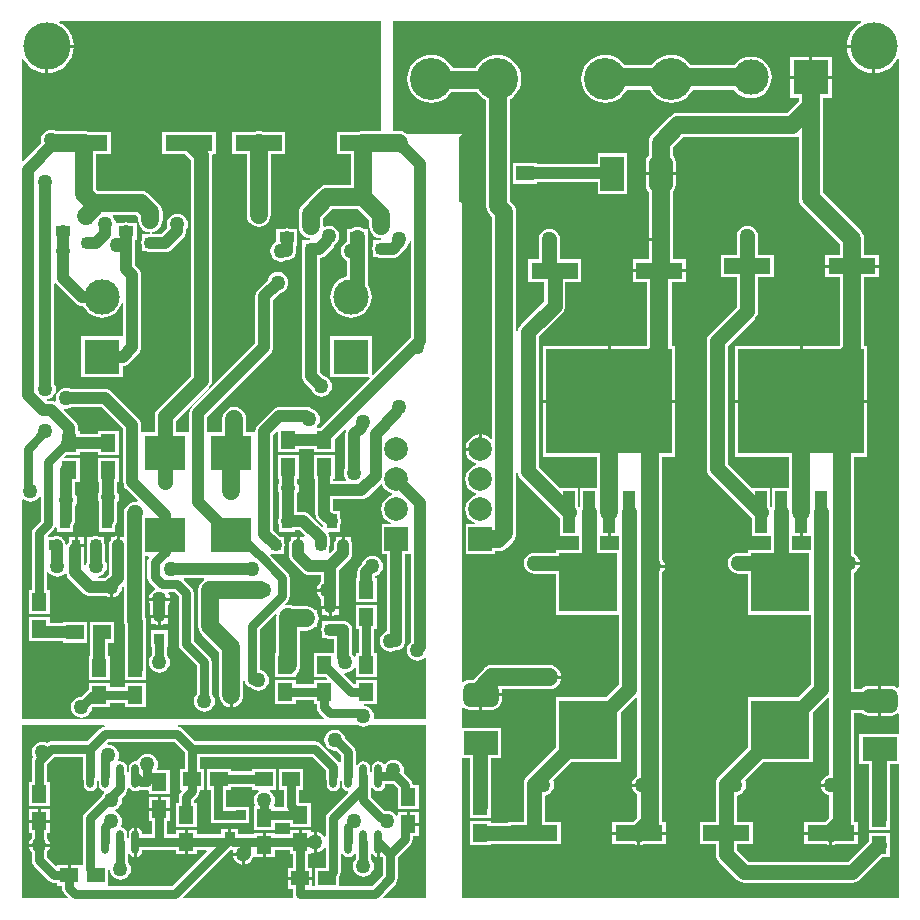
<source format=gtl>
G04 Layer_Physical_Order=1*
G04 Layer_Color=255*
%FSLAX25Y25*%
%MOIN*%
G70*
G01*
G75*
%ADD10R,0.05000X0.03600*%
%ADD11R,0.03600X0.03600*%
%ADD12R,0.03600X0.03000*%
%ADD13R,0.05000X0.06000*%
%ADD14R,0.06000X0.05000*%
%ADD15O,0.02400X0.08000*%
%ADD16R,0.02400X0.08000*%
%ADD17R,0.15748X0.05512*%
%ADD18R,0.07874X0.11811*%
G04:AMPARAMS|DCode=19|XSize=118.11mil|YSize=78.74mil|CornerRadius=19.69mil|HoleSize=0mil|Usage=FLASHONLY|Rotation=90.000|XOffset=0mil|YOffset=0mil|HoleType=Round|Shape=RoundedRectangle|*
%AMROUNDEDRECTD19*
21,1,0.11811,0.03937,0,0,90.0*
21,1,0.07874,0.07874,0,0,90.0*
1,1,0.03937,0.01969,0.03937*
1,1,0.03937,0.01969,-0.03937*
1,1,0.03937,-0.01969,-0.03937*
1,1,0.03937,-0.01969,0.03937*
%
%ADD19ROUNDEDRECTD19*%
%ADD20R,0.04200X0.14000*%
%ADD21R,0.42000X0.35000*%
%ADD22R,0.19685X0.19685*%
%ADD23R,0.11811X0.07874*%
G04:AMPARAMS|DCode=24|XSize=118.11mil|YSize=78.74mil|CornerRadius=19.69mil|HoleSize=0mil|Usage=FLASHONLY|Rotation=180.000|XOffset=0mil|YOffset=0mil|HoleType=Round|Shape=RoundedRectangle|*
%AMROUNDEDRECTD24*
21,1,0.11811,0.03937,0,0,180.0*
21,1,0.07874,0.07874,0,0,180.0*
1,1,0.03937,-0.03937,0.01969*
1,1,0.03937,0.03937,0.01969*
1,1,0.03937,0.03937,-0.01969*
1,1,0.03937,-0.03937,-0.01969*
%
%ADD24ROUNDEDRECTD24*%
%ADD25R,0.13780X0.11811*%
%ADD26R,0.03600X0.05000*%
%ADD27R,0.03600X0.03600*%
%ADD28R,0.03000X0.03600*%
%ADD29C,0.04000*%
%ADD30C,0.03000*%
%ADD31C,0.06000*%
%ADD32C,0.05000*%
%ADD33C,0.15748*%
%ADD34C,0.11811*%
%ADD35R,0.11811X0.11811*%
%ADD36C,0.14000*%
%ADD37R,0.11811X0.11811*%
%ADD38R,0.07874X0.07874*%
%ADD39C,0.07874*%
%ADD40C,0.05000*%
G36*
X674954Y490112D02*
X674180Y489698D01*
X672829Y488589D01*
X671720Y487237D01*
X670896Y485696D01*
X670388Y484023D01*
X670266Y482784D01*
X679134D01*
Y482283D01*
X679634D01*
Y473416D01*
X680873Y473538D01*
X682546Y474045D01*
X684088Y474869D01*
X685439Y475978D01*
X686548Y477329D01*
X686962Y478104D01*
X687447Y477982D01*
Y268614D01*
X686999Y268393D01*
X686584Y268711D01*
X685862Y269010D01*
X685087Y269112D01*
X681650D01*
Y264150D01*
Y259187D01*
X685087D01*
X685862Y259289D01*
X686584Y259588D01*
X686999Y259907D01*
X687447Y259685D01*
Y252945D01*
X674244D01*
Y243071D01*
X677463D01*
Y225000D01*
X677494Y224771D01*
Y221000D01*
X684494D01*
Y224771D01*
X684524Y225000D01*
Y243071D01*
X687447D01*
Y198380D01*
X541884D01*
Y245071D01*
X544463D01*
Y229000D01*
X544494Y228771D01*
Y225000D01*
X551494D01*
Y228771D01*
X551524Y229000D01*
Y245071D01*
X555055D01*
Y254945D01*
X541884D01*
Y261661D01*
X542332Y261882D01*
X542716Y261588D01*
X543438Y261289D01*
X544213Y261187D01*
X547650D01*
Y266150D01*
X548150D01*
Y266650D01*
X555081D01*
Y267966D01*
X571000D01*
X572044Y268103D01*
X573017Y268506D01*
X573853Y269147D01*
X574494Y269983D01*
X574897Y270956D01*
X574969Y271500D01*
X571000D01*
Y272500D01*
X574969D01*
Y272500D01*
Y271500D01*
X575035Y272000D01*
X574897Y273044D01*
X574494Y274017D01*
X573853Y274853D01*
X573017Y275494D01*
X572044Y275897D01*
X571000Y276034D01*
X552000D01*
X550956Y275897D01*
X549983Y275494D01*
X549620Y275216D01*
X549147Y274853D01*
X549147Y274853D01*
X545407Y271112D01*
X544213D01*
X543438Y271010D01*
X542716Y270711D01*
X542332Y270417D01*
X541884Y270638D01*
Y429134D01*
X541767Y429719D01*
X541436Y430215D01*
X541000Y430507D01*
Y452000D01*
X542000Y453000D01*
X523661D01*
X523017Y453494D01*
X522044Y453897D01*
X521000Y454035D01*
X519000D01*
Y490597D01*
X674833D01*
X674954Y490112D01*
D02*
G37*
G36*
X503359Y354386D02*
X503291Y354222D01*
X503077Y353706D01*
X502974Y352923D01*
Y341806D01*
X502943Y341765D01*
X502590Y340914D01*
X502470Y340000D01*
X502590Y339086D01*
X502943Y338235D01*
X503319Y337745D01*
X503097Y337297D01*
X499032D01*
Y338000D01*
X499506D01*
Y346000D01*
X492506D01*
Y338000D01*
X492980D01*
Y334271D01*
X492980Y334271D01*
X492980D01*
Y326541D01*
X493084Y325758D01*
X493297Y325242D01*
X493386Y325028D01*
X493867Y324402D01*
X495695Y322574D01*
X495597Y322083D01*
X495314Y321966D01*
X491167Y326112D01*
X490541Y326593D01*
X490327Y326681D01*
X489811Y326895D01*
X489028Y326998D01*
X487032D01*
Y333202D01*
X487057Y333235D01*
X487410Y334086D01*
X487530Y335000D01*
X487410Y335914D01*
X487057Y336765D01*
X487032Y336798D01*
Y338000D01*
X487506D01*
Y346000D01*
X480506D01*
Y338000D01*
X480980D01*
Y336814D01*
X480943Y336765D01*
X480590Y335914D01*
X480470Y335000D01*
X480590Y334086D01*
X480943Y333235D01*
X480980Y333186D01*
Y327472D01*
X480775D01*
Y325052D01*
X480653Y324755D01*
X480550Y323972D01*
X480653Y323189D01*
X480775Y322893D01*
Y320472D01*
X486376D01*
Y320946D01*
X487774D01*
X489487Y319234D01*
X489295Y318772D01*
X488355D01*
X488059Y318895D01*
X487776Y318932D01*
Y315972D01*
X486775D01*
Y318932D01*
X486492Y318895D01*
X486196Y318772D01*
X484775D01*
Y317642D01*
X484655Y317485D01*
X484353Y316755D01*
X484250Y315972D01*
Y312724D01*
X484353Y311941D01*
X484566Y311425D01*
X484655Y311211D01*
X485136Y310585D01*
X488860Y306860D01*
X489487Y306380D01*
X489701Y306291D01*
X490217Y306077D01*
X491000Y305974D01*
X495002D01*
Y303878D01*
X494504Y303496D01*
X493943Y302765D01*
X493590Y301914D01*
X493536Y301500D01*
X497000D01*
Y300500D01*
X493536D01*
X493590Y300086D01*
X493943Y299235D01*
X494504Y298504D01*
X495002Y298122D01*
Y295776D01*
X501054D01*
Y307774D01*
X504415Y311136D01*
X504896Y311763D01*
X505198Y312492D01*
X505301Y313276D01*
X505301Y313276D01*
X505301Y313276D01*
Y313276D01*
Y315972D01*
X505198Y316755D01*
X504896Y317485D01*
X504775Y317642D01*
Y318772D01*
X503355D01*
X503059Y318895D01*
X502775Y318932D01*
Y315972D01*
X501776D01*
Y318932D01*
X501492Y318895D01*
X501196Y318772D01*
X499776D01*
Y317642D01*
X499655Y317485D01*
X499353Y316755D01*
X499250Y315972D01*
Y314529D01*
X498037Y313317D01*
X497576Y313508D01*
Y314893D01*
X497698Y315189D01*
X497801Y315972D01*
Y318224D01*
X497801Y318225D01*
X497698Y319008D01*
X497396Y319737D01*
X497339Y319812D01*
X497404Y320307D01*
X497397Y320301D01*
X497619Y320472D01*
X501375D01*
Y322893D01*
X501498Y323189D01*
X501601Y323972D01*
X501498Y324755D01*
X501375Y325052D01*
Y327472D01*
X499355D01*
X499032Y327795D01*
Y331245D01*
X508271D01*
X509054Y331348D01*
X509784Y331650D01*
X510410Y332131D01*
X514813Y336534D01*
X515304Y336437D01*
X515688Y335510D01*
X516479Y334479D01*
X517510Y333687D01*
X518567Y333250D01*
Y332750D01*
X517510Y332312D01*
X516479Y331521D01*
X515688Y330490D01*
X515190Y329289D01*
X515020Y328000D01*
X515190Y326711D01*
X515688Y325510D01*
X516479Y324479D01*
X517510Y323688D01*
X518138Y323427D01*
X518041Y322937D01*
X515063D01*
Y313063D01*
X516974D01*
Y287363D01*
X516235Y287057D01*
X515504Y286496D01*
X514943Y285765D01*
X514590Y284914D01*
X514470Y284000D01*
X514590Y283086D01*
X514943Y282235D01*
X515504Y281504D01*
X516235Y280943D01*
X517086Y280590D01*
X518000Y280470D01*
X518914Y280590D01*
X519765Y280943D01*
X519834Y280996D01*
X520000Y280974D01*
X520783Y281077D01*
X521513Y281380D01*
X522140Y281860D01*
X522620Y282487D01*
X522923Y283217D01*
X523026Y284000D01*
Y313063D01*
X524617D01*
X524617Y313063D01*
Y313063D01*
X524937Y313063D01*
X524970Y313030D01*
Y283854D01*
X524504Y283496D01*
X523943Y282765D01*
X523590Y281914D01*
X523470Y281000D01*
X523590Y280086D01*
X523943Y279235D01*
X524504Y278504D01*
X525235Y277943D01*
X526086Y277590D01*
X527000Y277470D01*
X527914Y277590D01*
X528765Y277943D01*
X529496Y278504D01*
X529967Y278344D01*
Y258000D01*
X512778D01*
X512448Y258376D01*
X512530Y259000D01*
X512410Y259914D01*
X512057Y260765D01*
X511496Y261496D01*
X510765Y262057D01*
X509914Y262410D01*
X509355Y262483D01*
X509260Y262502D01*
X509309Y263000D01*
X513506D01*
Y271000D01*
X506506D01*
Y269781D01*
X506044Y269589D01*
X502587Y273047D01*
X502809Y273495D01*
X503000Y273470D01*
X503914Y273590D01*
X504765Y273943D01*
X505496Y274504D01*
X506033Y275203D01*
X506506Y275043D01*
Y272000D01*
X513506D01*
Y280000D01*
X512555D01*
Y288000D01*
X513506D01*
Y296000D01*
X506506D01*
Y288000D01*
X507457D01*
Y280000D01*
X506506D01*
Y278958D01*
X506033Y278797D01*
X505496Y279496D01*
X505250Y279685D01*
Y287775D01*
X505147Y288559D01*
X504845Y289288D01*
X504364Y289915D01*
X503737Y290396D01*
X503008Y290698D01*
X502224Y290801D01*
X498028D01*
X497245Y290698D01*
X496948Y290576D01*
X495228D01*
Y288855D01*
X495105Y288559D01*
X495002Y287775D01*
X495105Y286992D01*
X495228Y286696D01*
Y284976D01*
X496948D01*
X497245Y284853D01*
X498028Y284750D01*
X499199D01*
Y280000D01*
X492494D01*
Y272000D01*
X496424D01*
X496962Y271462D01*
X496771Y271000D01*
X492494D01*
Y269549D01*
X486494D01*
Y271000D01*
X479494D01*
Y263000D01*
X486494D01*
Y264451D01*
X492494D01*
Y263000D01*
X493445D01*
Y262006D01*
X493445Y262006D01*
X493445D01*
X493639Y261031D01*
X494191Y260204D01*
X495933Y258462D01*
X495742Y258000D01*
X415254D01*
X415250Y258061D01*
X415250D01*
X415221Y258499D01*
X415914Y258590D01*
X416765Y258943D01*
X417496Y259504D01*
X418057Y260235D01*
X418410Y261086D01*
X418519Y261914D01*
X418605Y262000D01*
X424494D01*
Y263451D01*
X429494D01*
Y262000D01*
X436494D01*
Y270000D01*
X429494D01*
Y268549D01*
X424494D01*
Y270000D01*
X417494D01*
Y268000D01*
X417198Y267802D01*
X414914Y265519D01*
X414086Y265410D01*
X413235Y265057D01*
X412504Y264496D01*
X411943Y263765D01*
X411590Y262914D01*
X411470Y262000D01*
X411590Y261086D01*
X411943Y260235D01*
X412504Y259504D01*
X413235Y258943D01*
X414086Y258590D01*
X414779Y258499D01*
X414750Y258061D01*
X414750D01*
X414746Y258000D01*
X395230D01*
Y331149D01*
X395679Y331370D01*
X396235Y330943D01*
X397086Y330590D01*
X398000Y330470D01*
X398914Y330590D01*
X399765Y330943D01*
X400496Y331504D01*
X400978Y332131D01*
X401451Y331970D01*
Y324056D01*
X399204Y321809D01*
X398652Y320982D01*
X398457Y320006D01*
Y301000D01*
X397506D01*
Y293000D01*
X404506D01*
Y301000D01*
X403555D01*
Y306962D01*
X404029Y307123D01*
X404504Y306504D01*
X405235Y305943D01*
X406086Y305590D01*
X407000Y305470D01*
X407914Y305590D01*
X408765Y305943D01*
X409496Y306504D01*
X409562Y306590D01*
X410045Y306460D01*
X410077Y306217D01*
X410291Y305701D01*
X410380Y305487D01*
X410860Y304860D01*
X415860Y299860D01*
X416487Y299379D01*
X416852Y299228D01*
X417217Y299077D01*
X417308Y299065D01*
X418000Y298974D01*
X418000Y298974D01*
X423194D01*
X423235Y298943D01*
X424086Y298590D01*
X424500Y298536D01*
Y302000D01*
X425500D01*
Y298536D01*
X425914Y298590D01*
X426765Y298943D01*
X427496Y299504D01*
X428057Y300235D01*
X428410Y301086D01*
X428523Y301949D01*
X428957Y302199D01*
X429080Y302148D01*
Y290993D01*
X429200Y290079D01*
X429463Y289444D01*
Y275000D01*
X429494Y274771D01*
Y271000D01*
X436494D01*
Y274771D01*
X436524Y275000D01*
Y285775D01*
X436528D01*
Y291375D01*
X436414D01*
X436404Y291455D01*
X436140Y292090D01*
Y312315D01*
X437324D01*
X437560Y311874D01*
X437145Y311254D01*
X436951Y310278D01*
Y305500D01*
X437145Y304524D01*
X437698Y303698D01*
X439705Y301690D01*
X439607Y301200D01*
X439263Y301057D01*
X438532Y300496D01*
X437971Y299765D01*
X437618Y298914D01*
X437563Y298500D01*
X444492D01*
X444438Y298914D01*
X444085Y299765D01*
X443903Y300003D01*
X444124Y300451D01*
X445944D01*
X447451Y298944D01*
Y283000D01*
X447451Y283000D01*
X447451D01*
X447645Y282025D01*
X448198Y281198D01*
X453451Y275944D01*
Y266427D01*
X452943Y265765D01*
X452590Y264914D01*
X452470Y264000D01*
X452590Y263086D01*
X452943Y262235D01*
X453504Y261504D01*
X454235Y260943D01*
X455086Y260590D01*
X456000Y260470D01*
X456914Y260590D01*
X457765Y260943D01*
X458496Y261504D01*
X459057Y262235D01*
X459410Y263086D01*
X459530Y264000D01*
X459410Y264914D01*
X459057Y265765D01*
X458549Y266427D01*
Y277000D01*
X458355Y277976D01*
X457802Y278802D01*
X452549Y284056D01*
Y300000D01*
X452355Y300975D01*
X451802Y301802D01*
X449093Y304512D01*
X449284Y304974D01*
X455784D01*
X455983Y304494D01*
X455147Y303853D01*
X454506Y303017D01*
X454103Y302044D01*
X453966Y301000D01*
Y289000D01*
X453966Y289000D01*
X454103Y287956D01*
X454506Y286983D01*
X455147Y286147D01*
X460965Y280329D01*
Y266000D01*
X461103Y264956D01*
X461506Y263983D01*
X462147Y263147D01*
X462983Y262506D01*
X463956Y262103D01*
X465000Y261965D01*
X466044Y262103D01*
X467017Y262506D01*
X467853Y263147D01*
X468494Y263983D01*
X468897Y264956D01*
X469034Y266000D01*
Y270543D01*
X469532Y270592D01*
X469645Y270024D01*
X470198Y269198D01*
X471025Y268645D01*
X471462Y268558D01*
X471504Y268504D01*
X472235Y267943D01*
X473086Y267590D01*
X474000Y267470D01*
X474914Y267590D01*
X475765Y267943D01*
X476496Y268504D01*
X477057Y269235D01*
X477410Y270086D01*
X477530Y271000D01*
X477410Y271914D01*
X477057Y272765D01*
X476496Y273496D01*
X475765Y274057D01*
X474914Y274410D01*
X474549Y274458D01*
Y287944D01*
X479622Y293017D01*
X480070Y292796D01*
X479965Y292000D01*
Y280000D01*
X479494D01*
Y272000D01*
X483738D01*
X484000Y271966D01*
X484262Y272000D01*
X486494D01*
Y272871D01*
X486853Y273147D01*
X487494Y273983D01*
X487897Y274956D01*
X488034Y276000D01*
Y287541D01*
X490028D01*
X491072Y287679D01*
X492045Y288082D01*
X492881Y288723D01*
X492921Y288775D01*
X493528D01*
Y289573D01*
X493925Y290531D01*
X494062Y291576D01*
X493925Y292620D01*
X493528Y293578D01*
Y294375D01*
X492921D01*
X492881Y294428D01*
X492045Y295070D01*
X491072Y295473D01*
X490028Y295610D01*
X485737D01*
X485044Y295897D01*
X484000Y296035D01*
X483204Y295930D01*
X482983Y296378D01*
X483802Y297198D01*
X484355Y298025D01*
X484549Y299000D01*
Y305071D01*
X484355Y306047D01*
X483802Y306873D01*
X477966Y312710D01*
X478157Y313172D01*
X478696D01*
X478992Y313049D01*
X479775Y312946D01*
X480559Y313049D01*
X480855Y313172D01*
X482576D01*
Y314893D01*
X482698Y315189D01*
X482801Y315972D01*
X482698Y316755D01*
X482576Y317052D01*
Y318772D01*
X481255D01*
X479026Y321001D01*
Y352747D01*
X480045Y353765D01*
X480506Y353574D01*
Y347000D01*
X487506D01*
Y347974D01*
X492506D01*
Y347000D01*
X499506D01*
Y351227D01*
X502943Y354664D01*
X503359Y354386D01*
D02*
G37*
G36*
X465500Y262031D02*
X465500D01*
X464500D01*
X464500D01*
Y266000D01*
X465500D01*
Y262031D01*
D02*
G37*
G36*
X529967Y198380D02*
X515673D01*
X515482Y198842D01*
X519802Y203162D01*
X520355Y203989D01*
X520549Y204964D01*
X520549Y204964D01*
X520549Y204964D01*
Y204964D01*
Y211944D01*
X524802Y216198D01*
X525355Y217024D01*
X525549Y218000D01*
X525549Y218000D01*
X525549Y218000D01*
Y218000D01*
Y219000D01*
X527500D01*
Y222500D01*
X524000D01*
Y223000D01*
X523500D01*
Y227000D01*
X520500D01*
Y225966D01*
X520026Y225805D01*
X519496Y226496D01*
X518765Y227057D01*
X517914Y227410D01*
X517000Y227530D01*
X516182Y227422D01*
X511549Y232056D01*
Y235000D01*
X511549Y235000D01*
Y235000D01*
X511789Y235120D01*
X511786Y235119D01*
X512028Y235192D01*
X512414Y234614D01*
X513142Y234128D01*
X514000Y233957D01*
X514858Y234128D01*
X515586Y234614D01*
X516072Y235342D01*
X516243Y236200D01*
Y236451D01*
X518944D01*
X520451Y234944D01*
Y232000D01*
X520500Y231754D01*
Y228000D01*
X527500D01*
Y236000D01*
X525549D01*
X525355Y236976D01*
X524802Y237802D01*
X522423Y240182D01*
X522530Y241000D01*
X522410Y241914D01*
X522057Y242765D01*
X521496Y243496D01*
X520765Y244057D01*
X519914Y244410D01*
X519000Y244530D01*
X518086Y244410D01*
X517235Y244057D01*
X516504Y243496D01*
X516235Y243146D01*
X515735Y243163D01*
X515586Y243386D01*
X514858Y243872D01*
X514000Y244043D01*
X513142Y243872D01*
X512414Y243386D01*
X511928Y242658D01*
X511757Y241800D01*
Y240499D01*
X511500Y240308D01*
X511243Y240499D01*
Y241800D01*
X511072Y242658D01*
X510586Y243386D01*
X509858Y243872D01*
X509000Y244043D01*
X508142Y243872D01*
X507414Y243386D01*
X507027Y242808D01*
X506549Y242953D01*
Y247000D01*
X506355Y247975D01*
X505802Y248802D01*
X502943Y251662D01*
X502910Y251914D01*
X502557Y252765D01*
X501996Y253496D01*
X501265Y254057D01*
X500414Y254410D01*
X499500Y254530D01*
X498586Y254410D01*
X497735Y254057D01*
X497004Y253496D01*
X496443Y252765D01*
X496090Y251914D01*
X495970Y251000D01*
X496090Y250086D01*
X496443Y249235D01*
X497004Y248504D01*
X497735Y247943D01*
X498586Y247590D01*
X499500Y247470D01*
X499876Y247519D01*
X501451Y245944D01*
Y243693D01*
X500973Y243548D01*
X500802Y243802D01*
X494802Y249802D01*
X493975Y250355D01*
X493000Y250549D01*
X453056D01*
X448802Y254802D01*
X447975Y255355D01*
X447234Y255502D01*
X447283Y256000D01*
X507160D01*
X507235Y255943D01*
X508086Y255590D01*
X509000Y255470D01*
X509914Y255590D01*
X510765Y255943D01*
X510840Y256000D01*
X529967D01*
Y198380D01*
D02*
G37*
G36*
X515000Y454035D02*
X509000D01*
X507956Y453897D01*
X507615Y453756D01*
X500126D01*
Y446244D01*
X504965D01*
Y436034D01*
X497000D01*
X495956Y435897D01*
X494983Y435494D01*
X494147Y434853D01*
X488671Y429377D01*
X488030Y428541D01*
X487627Y427568D01*
X487489Y426524D01*
X487489Y426524D01*
Y422275D01*
X487627Y421231D01*
X488030Y420258D01*
X488671Y419423D01*
X489507Y418782D01*
X490480Y418378D01*
X491294Y418271D01*
Y417771D01*
X490741Y417698D01*
X490444Y417576D01*
X488724D01*
Y415855D01*
X488601Y415559D01*
X488498Y414776D01*
Y372476D01*
X488601Y371693D01*
X488815Y371177D01*
X488903Y370963D01*
X489384Y370337D01*
X491583Y368137D01*
X491590Y368086D01*
X491943Y367235D01*
X492504Y366504D01*
X493235Y365943D01*
X494086Y365590D01*
X495000Y365470D01*
X495914Y365590D01*
X496765Y365943D01*
X497496Y366504D01*
X498057Y367235D01*
X498410Y368086D01*
X498530Y369000D01*
X498410Y369914D01*
X498057Y370765D01*
X497496Y371496D01*
X496765Y372057D01*
X495914Y372410D01*
X495863Y372417D01*
X494550Y373729D01*
Y411786D01*
X495055Y411853D01*
X495571Y412067D01*
X495785Y412155D01*
X496411Y412636D01*
X498636Y414860D01*
X499117Y415487D01*
X499326Y415992D01*
X499992Y416504D01*
X500553Y417235D01*
X500906Y418086D01*
X501026Y419000D01*
X500906Y419914D01*
X500553Y420765D01*
X499992Y421496D01*
X499261Y422057D01*
X498410Y422410D01*
X497496Y422530D01*
X496582Y422410D01*
X496089Y422206D01*
X495857Y422236D01*
X495558Y422436D01*
Y424853D01*
X498671Y427965D01*
X507329D01*
X510993Y424301D01*
Y422275D01*
X511131Y421231D01*
X511534Y420258D01*
X512175Y419423D01*
X513011Y418782D01*
X513984Y418378D01*
X514798Y418271D01*
Y417771D01*
X514245Y417698D01*
X513948Y417576D01*
X512228D01*
Y415855D01*
X512105Y415559D01*
X512002Y414776D01*
X512105Y413992D01*
X512228Y413696D01*
Y411975D01*
X513948D01*
X514245Y411853D01*
X515028Y411750D01*
X518776D01*
X519559Y411853D01*
X520075Y412067D01*
X520289Y412155D01*
X520915Y412636D01*
X523140Y414860D01*
X523621Y415487D01*
X523781Y415875D01*
X524057Y416235D01*
X524410Y417086D01*
X524471Y417552D01*
X524970Y417520D01*
Y385249D01*
X512272Y372551D01*
X511810Y372743D01*
Y385693D01*
X497999D01*
Y371882D01*
X510949D01*
X511141Y371420D01*
X494721Y355000D01*
X493617D01*
X493457Y355473D01*
X493496Y355504D01*
X494057Y356235D01*
X494410Y357086D01*
X494530Y358000D01*
X494410Y358914D01*
X494057Y359765D01*
X493496Y360496D01*
X492765Y361057D01*
X491914Y361410D01*
X491761Y361430D01*
X491513Y361620D01*
X490783Y361923D01*
X490000Y362026D01*
X481000D01*
X481000Y362026D01*
X480308Y361935D01*
X480217Y361923D01*
X479852Y361772D01*
X479487Y361620D01*
X478860Y361140D01*
X473860Y356140D01*
X473380Y355513D01*
X473291Y355299D01*
X473077Y354783D01*
X472974Y354000D01*
Y353685D01*
X472974D01*
X472890D01*
X472621Y353685D01*
X472620Y353685D01*
Y353685D01*
X470035D01*
Y358000D01*
X469897Y359044D01*
X469494Y360017D01*
X468853Y360853D01*
X468017Y361494D01*
X467044Y361897D01*
X466000Y362035D01*
X464956Y361897D01*
X463983Y361494D01*
X463147Y360853D01*
X462506Y360017D01*
X462103Y359044D01*
X461966Y358000D01*
Y353685D01*
X457379D01*
X457379Y353685D01*
Y353685D01*
X457110Y353685D01*
X457026Y353769D01*
Y358747D01*
X478140Y379860D01*
X478620Y380487D01*
X478709Y380701D01*
X478923Y381217D01*
X479026Y382000D01*
Y397747D01*
X481363Y400083D01*
X481414Y400090D01*
X482265Y400443D01*
X482996Y401004D01*
X483557Y401735D01*
X483910Y402586D01*
X484030Y403500D01*
X483910Y404414D01*
X483557Y405265D01*
X482996Y405996D01*
X482265Y406557D01*
X481414Y406910D01*
X480500Y407030D01*
X479586Y406910D01*
X478735Y406557D01*
X478004Y405996D01*
X477443Y405265D01*
X477090Y404414D01*
X477083Y404363D01*
X473860Y401140D01*
X473380Y400513D01*
X473291Y400299D01*
X473077Y399783D01*
X472974Y399000D01*
Y383253D01*
X451860Y362140D01*
X451379Y361513D01*
X451077Y360783D01*
X450974Y360000D01*
Y353685D01*
X450974D01*
X450890D01*
X450621Y353685D01*
X450621Y353685D01*
Y353685D01*
X446530D01*
Y357538D01*
X457496Y368504D01*
X458057Y369235D01*
X458410Y370086D01*
X458530Y371000D01*
X458530Y371000D01*
X458530Y371000D01*
Y371000D01*
Y445880D01*
X458849Y446244D01*
X459754D01*
Y453756D01*
X442006D01*
Y446244D01*
X449644D01*
X451470Y444418D01*
Y372462D01*
X440504Y361496D01*
X439943Y360765D01*
X439590Y359914D01*
X439470Y359000D01*
Y353685D01*
X435380D01*
X435379Y353685D01*
Y353685D01*
X435110Y353685D01*
X435026Y353769D01*
Y356000D01*
X434923Y356783D01*
X434709Y357299D01*
X434621Y357513D01*
X434140Y358140D01*
X425140Y367140D01*
X424513Y367620D01*
X424299Y367709D01*
X423783Y367923D01*
X423000Y368026D01*
X411806D01*
X411765Y368057D01*
X410914Y368410D01*
X410000Y368530D01*
X409086Y368410D01*
X408235Y368057D01*
X407504Y367496D01*
X406943Y366765D01*
X406590Y365914D01*
X406470Y365000D01*
X406590Y364086D01*
X405989Y363837D01*
X405783Y363923D01*
X405000Y364026D01*
X403840D01*
X403549Y364432D01*
X403588Y364547D01*
X403914Y364590D01*
X404765Y364943D01*
X405496Y365504D01*
X406057Y366235D01*
X406410Y367086D01*
X406530Y368000D01*
X406410Y368914D01*
X406057Y369765D01*
X406026Y369806D01*
Y403170D01*
X406499Y403331D01*
X406860Y402860D01*
X413073Y396648D01*
X413700Y396167D01*
X414002Y396042D01*
X414429Y395865D01*
X415213Y395761D01*
X415692D01*
X416135Y394932D01*
X416998Y393881D01*
X418050Y393018D01*
X419249Y392377D01*
X420551Y391982D01*
X421905Y391848D01*
X423258Y391982D01*
X424560Y392377D01*
X425760Y393018D01*
X426811Y393881D01*
X427674Y394932D01*
X428315Y396132D01*
X428479Y396673D01*
X428974Y396600D01*
Y385693D01*
X428810D01*
Y385693D01*
X414999D01*
Y371882D01*
X428810D01*
Y375764D01*
X429571Y375865D01*
X430087Y376078D01*
X430300Y376167D01*
X430927Y376648D01*
X434140Y379860D01*
X434621Y380487D01*
X434709Y380701D01*
X434923Y381217D01*
X435026Y382000D01*
Y406000D01*
X434923Y406783D01*
X434621Y407513D01*
X434140Y408140D01*
X433054Y409226D01*
Y417775D01*
X433528D01*
Y423376D01*
X431107D01*
X430811Y423498D01*
X430028Y423601D01*
X429245Y423498D01*
X428948Y423376D01*
X426528D01*
X426528Y423376D01*
Y423376D01*
X426481Y423373D01*
X426410Y423914D01*
X426057Y424765D01*
X425496Y425496D01*
X425656Y425965D01*
X433329D01*
X433993Y425301D01*
Y424275D01*
X434131Y423231D01*
X434534Y422258D01*
X435175Y421423D01*
X436011Y420782D01*
X436984Y420378D01*
X437798Y420271D01*
Y419771D01*
X437245Y419698D01*
X436948Y419576D01*
X435228D01*
Y417855D01*
X435105Y417559D01*
X435002Y416776D01*
X435105Y415992D01*
X435228Y415696D01*
Y413975D01*
X436948D01*
X437245Y413853D01*
X438028Y413750D01*
X443000D01*
X443783Y413853D01*
X444299Y414067D01*
X444513Y414155D01*
X445140Y414636D01*
X449140Y418636D01*
X449140Y418636D01*
X449412Y418991D01*
X449620Y419263D01*
X449923Y419992D01*
X450026Y420776D01*
X450026Y420776D01*
X450026Y420776D01*
Y420776D01*
Y421194D01*
X450057Y421235D01*
X450410Y422086D01*
X450530Y423000D01*
X450410Y423914D01*
X450057Y424765D01*
X449496Y425496D01*
X448765Y426057D01*
X447914Y426410D01*
X447000Y426530D01*
X446086Y426410D01*
X445235Y426057D01*
X444504Y425496D01*
X443943Y424765D01*
X443590Y423914D01*
X443470Y423000D01*
X443590Y422086D01*
X443719Y421774D01*
X441747Y419801D01*
X438511D01*
X438479Y420300D01*
X439072Y420378D01*
X440045Y420782D01*
X440881Y421423D01*
X441522Y422258D01*
X441925Y423231D01*
X442062Y424275D01*
Y426972D01*
X442062Y426972D01*
X441925Y428016D01*
X441522Y428990D01*
X440881Y429825D01*
X440881Y429825D01*
X437853Y432853D01*
X437017Y433494D01*
X436044Y433897D01*
X435000Y434034D01*
X435000Y434034D01*
X420671D01*
X420035Y434671D01*
Y446244D01*
X424874D01*
Y453756D01*
X417385D01*
X417044Y453897D01*
X416000Y454035D01*
X406795D01*
X406765Y454057D01*
X405914Y454410D01*
X405000Y454530D01*
X404086Y454410D01*
X403235Y454057D01*
X402504Y453496D01*
X401943Y452765D01*
X401590Y451914D01*
X401470Y451000D01*
X401590Y450086D01*
X401654Y449933D01*
X395692Y443971D01*
X395230Y444163D01*
Y477982D01*
X395715Y478104D01*
X396129Y477329D01*
X397238Y475978D01*
X398589Y474869D01*
X400131Y474045D01*
X401804Y473538D01*
X403043Y473416D01*
Y482283D01*
X403543D01*
Y482784D01*
X412411D01*
X412289Y484023D01*
X411782Y485696D01*
X410957Y487237D01*
X409848Y488589D01*
X408497Y489698D01*
X407723Y490112D01*
X407844Y490597D01*
X515000D01*
Y454035D01*
D02*
G37*
G36*
X514500Y212056D02*
X514858Y212128D01*
X515104Y212292D01*
X515451Y211944D01*
Y206020D01*
X511830Y202399D01*
X501000D01*
Y205487D01*
X501355Y206018D01*
X501549Y206994D01*
Y213047D01*
X502028Y213192D01*
X502414Y212614D01*
X503142Y212128D01*
X504000Y211957D01*
X504858Y212128D01*
X505586Y212614D01*
X505972Y213192D01*
X506451Y213047D01*
Y211427D01*
X505943Y210765D01*
X505590Y209914D01*
X505470Y209000D01*
X505590Y208086D01*
X505943Y207235D01*
X506504Y206504D01*
X507235Y205943D01*
X508086Y205590D01*
X509000Y205470D01*
X509914Y205590D01*
X510765Y205943D01*
X511496Y206504D01*
X512057Y207235D01*
X512410Y208086D01*
X512530Y209000D01*
X512410Y209914D01*
X512057Y210765D01*
X511549Y211427D01*
Y213047D01*
X512028Y213192D01*
X512414Y212614D01*
X513142Y212128D01*
X513500Y212056D01*
Y217000D01*
X514500D01*
Y212056D01*
D02*
G37*
G36*
X449451Y246944D02*
Y241506D01*
X448000D01*
Y234506D01*
X448248D01*
X448440Y234045D01*
X448198Y233802D01*
X447645Y232976D01*
X447451Y232000D01*
Y230000D01*
X446500D01*
Y222000D01*
X453500D01*
Y230000D01*
X452549D01*
Y230944D01*
X453802Y232198D01*
X454355Y233025D01*
X454549Y234000D01*
X454549Y234000D01*
X454549Y234000D01*
Y234000D01*
Y234506D01*
X456000D01*
Y241506D01*
X454549D01*
Y245451D01*
X491944D01*
X496451Y240944D01*
Y239000D01*
X496645Y238024D01*
X496757Y237857D01*
Y236200D01*
X496928Y235342D01*
X497414Y234614D01*
X498142Y234128D01*
X499000Y233957D01*
X499858Y234128D01*
X500586Y234614D01*
X501072Y235342D01*
X501243Y236200D01*
Y237501D01*
X501500Y237692D01*
X501757Y237501D01*
Y236200D01*
X501928Y235342D01*
X502414Y234614D01*
X503142Y234128D01*
X503773Y234002D01*
X503919Y233524D01*
X497198Y226802D01*
X496645Y225975D01*
X496451Y225000D01*
Y219030D01*
X495977Y218869D01*
X495496Y219496D01*
X494765Y220057D01*
X493914Y220410D01*
X493500Y220464D01*
Y217000D01*
Y213536D01*
X493914Y213590D01*
X494765Y213943D01*
X495496Y214504D01*
X495977Y215131D01*
X496451Y214970D01*
Y208494D01*
X493000D01*
Y202399D01*
X492000D01*
Y204494D01*
X484000D01*
Y201494D01*
X485451D01*
Y199850D01*
X485645Y198875D01*
X485681Y198821D01*
X485446Y198380D01*
X449035D01*
X448843Y198842D01*
X464529Y214528D01*
X465066D01*
X465399Y214462D01*
X465634Y214021D01*
X465590Y213914D01*
X465536Y213500D01*
X469000D01*
Y213000D01*
X469500D01*
Y209536D01*
X469914Y209590D01*
X470765Y209943D01*
X471496Y210504D01*
X472057Y211235D01*
X472374Y212000D01*
X472500D01*
Y212000D01*
X475500D01*
Y216000D01*
Y220000D01*
X472500D01*
Y219549D01*
X467225D01*
Y221528D01*
X464924D01*
Y218028D01*
X463925D01*
Y221528D01*
X461624D01*
Y219549D01*
X453500D01*
Y221000D01*
X450500D01*
Y217000D01*
Y213000D01*
X453500D01*
Y214451D01*
X456590D01*
X456781Y213989D01*
X445191Y202399D01*
X424000D01*
Y202494D01*
X424000D01*
Y207746D01*
X424499Y207779D01*
X424590Y207086D01*
X424943Y206235D01*
X425504Y205504D01*
X426235Y204943D01*
X427086Y204590D01*
X428000Y204470D01*
X428914Y204590D01*
X429765Y204943D01*
X430496Y205504D01*
X431057Y206235D01*
X431410Y207086D01*
X431530Y208000D01*
X431410Y208914D01*
X431057Y209765D01*
X430549Y210427D01*
Y213047D01*
X431028Y213192D01*
X431414Y212614D01*
X432142Y212128D01*
X432500Y212056D01*
Y217000D01*
Y221944D01*
X432142Y221872D01*
X431414Y221386D01*
X430928Y220658D01*
X430757Y219800D01*
Y218499D01*
X430500Y218308D01*
X430243Y218499D01*
Y219800D01*
X430072Y220658D01*
X429586Y221386D01*
X428858Y221872D01*
X428415Y221961D01*
X428341Y222017D01*
X428130Y222411D01*
X428410Y223086D01*
X428530Y224000D01*
X428410Y224914D01*
X428057Y225765D01*
X427496Y226496D01*
X426765Y227057D01*
X426300Y227250D01*
Y227750D01*
X426765Y227943D01*
X427496Y228504D01*
X428057Y229235D01*
X428410Y230086D01*
X428530Y231000D01*
X428422Y231818D01*
X429802Y233198D01*
X430355Y234025D01*
X430549Y235000D01*
Y235000D01*
X430549Y235000D01*
X430789Y235120D01*
X430786Y235119D01*
X431028Y235192D01*
X431414Y234614D01*
X432142Y234128D01*
X433000Y233957D01*
X433858Y234128D01*
X434493Y234552D01*
X435000Y234451D01*
X437000D01*
X437114Y234474D01*
X437500Y234156D01*
Y233000D01*
X444500D01*
Y241000D01*
X440410D01*
X440132Y241416D01*
X440410Y242086D01*
X440530Y243000D01*
X440410Y243914D01*
X440057Y244765D01*
X439496Y245496D01*
X438765Y246057D01*
X437914Y246410D01*
X437000Y246530D01*
X436086Y246410D01*
X435235Y246057D01*
X434504Y245496D01*
X433943Y244765D01*
X433595Y243925D01*
X433000Y244043D01*
X432142Y243872D01*
X431414Y243386D01*
X430928Y242658D01*
X430757Y241800D01*
Y240499D01*
X430500Y240308D01*
X430243Y240499D01*
Y241800D01*
X430072Y242658D01*
X429586Y243386D01*
X428858Y243872D01*
X428000Y244043D01*
X427450Y243934D01*
X427313Y244039D01*
X427089Y244311D01*
X427410Y245086D01*
X427530Y246000D01*
X427410Y246914D01*
X427057Y247765D01*
X426496Y248496D01*
X425765Y249057D01*
X424914Y249410D01*
X424000Y249530D01*
X423775Y249501D01*
X423554Y249949D01*
X424056Y250451D01*
X445944D01*
X449451Y246944D01*
D02*
G37*
G36*
X422766Y255502D02*
X422024Y255355D01*
X421198Y254802D01*
X416944Y250549D01*
X405000D01*
X404025Y250355D01*
X403650Y250105D01*
X402914Y250410D01*
X402000Y250530D01*
X401086Y250410D01*
X400235Y250057D01*
X399504Y249496D01*
X398943Y248765D01*
X398590Y247914D01*
X398470Y247000D01*
X398590Y246086D01*
X398895Y245350D01*
X398645Y244975D01*
X398451Y244000D01*
Y237000D01*
X397500D01*
Y229000D01*
X404500D01*
Y237000D01*
X403549D01*
Y242944D01*
X406056Y245451D01*
X415451D01*
Y239000D01*
X415645Y238024D01*
X415757Y237857D01*
Y236200D01*
X415928Y235342D01*
X416414Y234614D01*
X417142Y234128D01*
X418000Y233957D01*
X418858Y234128D01*
X419586Y234614D01*
X420072Y235342D01*
X420243Y236200D01*
Y237501D01*
X420500Y237692D01*
X420757Y237501D01*
Y236200D01*
X420928Y235342D01*
X421414Y234614D01*
X422142Y234128D01*
X422489Y234059D01*
X422602Y233572D01*
X422504Y233496D01*
X421943Y232765D01*
X421789Y232394D01*
X416198Y226802D01*
X415645Y225975D01*
X415451Y225000D01*
Y217000D01*
Y209494D01*
X415000D01*
Y209494D01*
X411500D01*
Y205994D01*
X410500D01*
Y209494D01*
X407000D01*
Y209258D01*
X406538Y209067D01*
X403549Y212056D01*
Y213573D01*
X404057Y214235D01*
X404410Y215086D01*
X404464Y215500D01*
X397536D01*
X397590Y215086D01*
X397943Y214235D01*
X398451Y213573D01*
Y211000D01*
X398451Y211000D01*
X398451D01*
X398645Y210024D01*
X399198Y209198D01*
X404204Y204191D01*
X405031Y203639D01*
X406006Y203445D01*
X407000D01*
Y202494D01*
X408451D01*
Y201850D01*
X408451Y201850D01*
X408451D01*
X408645Y200875D01*
X409198Y200048D01*
X410404Y198842D01*
X410213Y198380D01*
X395230D01*
Y256000D01*
X422717D01*
X422766Y255502D01*
D02*
G37*
G36*
X428974Y354747D02*
Y337000D01*
X429077Y336217D01*
X429291Y335701D01*
X429380Y335487D01*
X429860Y334860D01*
X433821Y330900D01*
X433600Y330451D01*
X433000Y330530D01*
X432086Y330410D01*
X431235Y330057D01*
X430504Y329496D01*
X430114Y329106D01*
X429553Y328375D01*
X429200Y327524D01*
X429080Y326610D01*
Y318772D01*
X428190D01*
X427893Y318895D01*
X427775Y318911D01*
Y315972D01*
X426776D01*
Y318954D01*
X426327Y318895D01*
X426031Y318772D01*
X424776D01*
Y317858D01*
X424490Y317485D01*
X424187Y316755D01*
X424084Y315972D01*
Y306364D01*
X422747Y305026D01*
X420451D01*
X420418Y305525D01*
X420914Y305590D01*
X421765Y305943D01*
X422496Y306504D01*
X423057Y307235D01*
X423410Y308086D01*
X423530Y309000D01*
X423410Y309914D01*
X423057Y310765D01*
X422801Y311099D01*
Y315972D01*
X422698Y316755D01*
X422576Y317052D01*
Y318772D01*
X420855D01*
X420559Y318895D01*
X419775Y318998D01*
X418992Y318895D01*
X418696Y318772D01*
X416975D01*
Y317052D01*
X416853Y316755D01*
X416750Y315972D01*
Y310299D01*
X416590Y309914D01*
X416525Y309418D01*
X416026Y309451D01*
Y314697D01*
X415924Y315472D01*
X413275D01*
Y315972D01*
X412776D01*
Y318772D01*
X410776D01*
Y316726D01*
X410380Y316210D01*
X410287Y315986D01*
X409791Y316051D01*
X409698Y316755D01*
X409396Y317485D01*
X408915Y318112D01*
X408575Y318372D01*
Y318772D01*
X407855D01*
X407559Y318895D01*
X406776Y318998D01*
X405992Y318895D01*
X405696Y318772D01*
X404030D01*
X403839Y319234D01*
X405802Y321198D01*
X406297Y321938D01*
X406776Y321793D01*
Y320472D01*
X412375D01*
Y322563D01*
X412627Y322890D01*
X412929Y323620D01*
X413032Y324403D01*
Y329194D01*
X413064Y329235D01*
X413416Y330086D01*
X413537Y331000D01*
X413416Y331914D01*
X413064Y332765D01*
X413032Y332806D01*
Y337000D01*
X414506D01*
Y345000D01*
X409522D01*
X409331Y345462D01*
X409869Y346000D01*
X414506D01*
Y346974D01*
X420506D01*
Y346000D01*
X427506D01*
Y354000D01*
X420506D01*
Y353026D01*
X414506D01*
Y354000D01*
X414032D01*
Y354994D01*
X413929Y355777D01*
X413627Y356507D01*
X413146Y357133D01*
X409179Y361100D01*
X409400Y361549D01*
X410000Y361470D01*
X410914Y361590D01*
X411765Y361943D01*
X411806Y361974D01*
X421747D01*
X428974Y354747D01*
D02*
G37*
%LPC*%
G36*
X637000Y422530D02*
X636086Y422410D01*
X635235Y422057D01*
X634504Y421496D01*
X633943Y420765D01*
X633590Y419914D01*
X633470Y419000D01*
Y412756D01*
X628126D01*
Y405244D01*
X633470D01*
Y395462D01*
X624504Y386496D01*
X623943Y385765D01*
X623590Y384914D01*
X623470Y384000D01*
Y341600D01*
X623470Y341600D01*
X623470D01*
X623590Y340686D01*
X623943Y339835D01*
X624504Y339104D01*
X638500Y325108D01*
Y319000D01*
X644700D01*
D01*
X644700D01*
X644770Y318930D01*
Y314449D01*
X637157D01*
Y313530D01*
X634000D01*
X633086Y313410D01*
X632235Y313057D01*
X631504Y312496D01*
X630943Y311765D01*
X630590Y310914D01*
X630470Y310000D01*
X630590Y309086D01*
X630943Y308235D01*
X631504Y307504D01*
X632235Y306943D01*
X633086Y306590D01*
X634000Y306470D01*
X637157D01*
Y292764D01*
X658170D01*
Y269556D01*
X653850Y265236D01*
X637157D01*
Y248544D01*
X627504Y238890D01*
X626943Y238159D01*
X626590Y237307D01*
X626470Y236394D01*
Y223756D01*
X621126D01*
Y216244D01*
X626470D01*
Y213000D01*
X626590Y212086D01*
X626943Y211235D01*
X627504Y210504D01*
X633504Y204504D01*
X633504Y204504D01*
X633504D01*
X633504Y204504D01*
X633504D01*
X633504Y204504D01*
Y204504D01*
Y204504D01*
D01*
D01*
X633504D01*
Y204504D01*
X634235Y203943D01*
X635086Y203590D01*
X636000Y203470D01*
X671994D01*
X672907Y203590D01*
X673759Y203943D01*
X674490Y204504D01*
X681986Y212000D01*
X684494D01*
Y215771D01*
X684524Y216000D01*
X684494Y216229D01*
Y220000D01*
X677494D01*
Y217493D01*
X670531Y210530D01*
X637462D01*
X633530Y214462D01*
Y216244D01*
X638874D01*
Y223756D01*
X633530D01*
Y232540D01*
X633914Y232590D01*
X634765Y232943D01*
X635496Y233504D01*
X636057Y234235D01*
X636410Y235086D01*
X636530Y236000D01*
X636410Y236914D01*
X636147Y237548D01*
X642150Y243551D01*
X658843D01*
Y260244D01*
X663904Y265305D01*
X664365Y265113D01*
Y239447D01*
X664086Y239410D01*
X663235Y239057D01*
X662504Y238496D01*
X661943Y237765D01*
X661590Y236914D01*
X661536Y236500D01*
X665000D01*
Y235500D01*
X661536D01*
X661590Y235086D01*
X661943Y234235D01*
X662504Y233504D01*
X663235Y232943D01*
X664086Y232590D01*
X664365Y232553D01*
Y225191D01*
X662930Y223756D01*
X656006D01*
Y220500D01*
X673754D01*
Y223756D01*
X672435D01*
Y260115D01*
X675056D01*
X675095Y260064D01*
X675715Y259588D01*
X676438Y259289D01*
X677213Y259187D01*
X680650D01*
Y264150D01*
Y269112D01*
X677213D01*
X676438Y269010D01*
X675715Y268711D01*
X675095Y268235D01*
X675056Y268184D01*
X672435D01*
Y306806D01*
X672765Y306943D01*
X673496Y307504D01*
X674057Y308235D01*
X674410Y309086D01*
X674464Y309500D01*
X671000D01*
Y310500D01*
X674464D01*
X674410Y310914D01*
X674057Y311765D01*
X673496Y312496D01*
X672765Y313057D01*
X672435Y313194D01*
Y327000D01*
Y345500D01*
X677000D01*
Y363500D01*
X633000D01*
Y345500D01*
X650965D01*
Y335000D01*
X645200D01*
Y329031D01*
X644950Y328826D01*
X644700Y329031D01*
Y335000D01*
X638592D01*
X630530Y343062D01*
Y382538D01*
X639496Y391504D01*
X640057Y392235D01*
X640410Y393086D01*
X640530Y394000D01*
X640530Y394000D01*
Y405244D01*
X645874D01*
Y412756D01*
X640530D01*
Y419000D01*
X640410Y419914D01*
X640057Y420765D01*
X639496Y421496D01*
X638765Y422057D01*
X637914Y422410D01*
X637000Y422530D01*
D02*
G37*
G36*
X404506Y292000D02*
X397506D01*
Y284000D01*
X401852D01*
X402000Y283980D01*
X409000D01*
Y283506D01*
X417000D01*
Y290506D01*
X409000D01*
Y290032D01*
X404506D01*
Y292000D01*
D02*
G37*
G36*
X441224Y289276D02*
X440831D01*
X441028Y289250D01*
X441224Y289276D01*
D02*
G37*
G36*
X440528Y291775D02*
X438068D01*
X438105Y291492D01*
X438228Y291196D01*
Y289775D01*
X439358D01*
X439515Y289655D01*
X440245Y289353D01*
X440528Y289315D01*
Y291775D01*
D02*
G37*
G36*
X555081Y265650D02*
X548650D01*
Y261187D01*
X552087D01*
X552862Y261289D01*
X553584Y261588D01*
X554204Y262064D01*
X554680Y262684D01*
X554979Y263406D01*
X555081Y264181D01*
Y265650D01*
D02*
G37*
G36*
X426000Y290506D02*
X418000D01*
Y286245D01*
X417968Y286000D01*
Y279000D01*
X417494D01*
Y271000D01*
X424494D01*
Y279000D01*
X424019D01*
Y283506D01*
X426000D01*
Y290506D01*
D02*
G37*
G36*
X443828Y287576D02*
X438228D01*
Y281976D01*
X438451D01*
Y279428D01*
X437943Y278765D01*
X437590Y277914D01*
X437470Y277000D01*
X437590Y276086D01*
X437943Y275235D01*
X438504Y274504D01*
X439235Y273943D01*
X440086Y273590D01*
X441000Y273470D01*
X441914Y273590D01*
X442765Y273943D01*
X443496Y274504D01*
X444057Y275235D01*
X444410Y276086D01*
X444530Y277000D01*
X444410Y277914D01*
X444057Y278765D01*
X443549Y279428D01*
Y281976D01*
X443828D01*
Y287576D01*
D02*
G37*
G36*
X673754Y219500D02*
X665380D01*
Y216031D01*
X665925Y216103D01*
X666265Y216244D01*
X673754D01*
Y219500D01*
D02*
G37*
G36*
X404500Y223500D02*
X397500D01*
Y220000D01*
X398451D01*
Y218427D01*
X397943Y217765D01*
X397590Y216914D01*
X397536Y216500D01*
X404464D01*
X404410Y216914D01*
X404057Y217765D01*
X403549Y218427D01*
Y220000D01*
X404500D01*
Y223500D01*
D02*
G37*
G36*
X491506Y221000D02*
X488506D01*
Y217000D01*
X487506D01*
Y221000D01*
X484506D01*
Y219549D01*
X479500D01*
Y220000D01*
X476500D01*
Y216000D01*
Y212000D01*
X479500D01*
Y214451D01*
X484506D01*
Y213000D01*
X485464D01*
Y208494D01*
X484000D01*
Y205494D01*
X492000D01*
Y208494D01*
X490562D01*
Y213000D01*
X491506D01*
Y213380D01*
X491922Y213658D01*
X492086Y213590D01*
X492500Y213536D01*
Y217000D01*
Y220464D01*
X492086Y220410D01*
X491922Y220342D01*
X491506Y220620D01*
Y221000D01*
D02*
G37*
G36*
X664380Y219500D02*
X656006D01*
Y216244D01*
X663495D01*
X663836Y216103D01*
X664380Y216031D01*
Y219500D01*
D02*
G37*
G36*
X468500Y212500D02*
X465536D01*
X465590Y212086D01*
X465943Y211235D01*
X466504Y210504D01*
X467235Y209943D01*
X468086Y209590D01*
X468500Y209536D01*
Y212500D01*
D02*
G37*
G36*
X600380Y219500D02*
X592006D01*
Y216244D01*
X599495D01*
X599836Y216103D01*
X600380Y216031D01*
Y219500D01*
D02*
G37*
G36*
X609754D02*
X601380D01*
Y216031D01*
X601925Y216103D01*
X602265Y216244D01*
X609754D01*
Y219500D01*
D02*
G37*
G36*
X440500Y232000D02*
X437500D01*
Y228500D01*
X440500D01*
Y232000D01*
D02*
G37*
G36*
X444500D02*
X441500D01*
Y228500D01*
X444500D01*
Y232000D01*
D02*
G37*
G36*
X489000Y241506D02*
X481000D01*
Y234506D01*
X482451D01*
Y229006D01*
X482451Y229006D01*
X482451D01*
X482465Y228936D01*
X482148Y228549D01*
X479500D01*
Y229000D01*
X479410D01*
X479132Y229416D01*
X479410Y230086D01*
X479530Y231000D01*
X479410Y231914D01*
X479057Y232765D01*
X478496Y233496D01*
X477797Y234033D01*
X477957Y234506D01*
X480000D01*
Y241506D01*
X472000D01*
Y240555D01*
X465000D01*
Y241506D01*
X457000D01*
Y234506D01*
X458176D01*
Y226028D01*
X458224Y225782D01*
Y223228D01*
X463225D01*
Y223479D01*
X465424D01*
Y223228D01*
X471025D01*
Y228828D01*
X465424D01*
Y228577D01*
X463273D01*
Y234506D01*
X465000D01*
Y235457D01*
X472000D01*
Y234506D01*
X474043D01*
X474203Y234033D01*
X473504Y233496D01*
X472943Y232765D01*
X472590Y231914D01*
X472470Y231000D01*
X472590Y230086D01*
X472868Y229416D01*
X472590Y229000D01*
X472500D01*
Y221000D01*
X479500D01*
Y223451D01*
X484506D01*
Y222000D01*
X491506D01*
Y230000D01*
X487611D01*
X487549Y230062D01*
Y234506D01*
X489000D01*
Y241506D01*
D02*
G37*
G36*
X404500Y228000D02*
X401500D01*
Y224500D01*
X404500D01*
Y228000D01*
D02*
G37*
G36*
X444500Y227500D02*
X437500D01*
Y224000D01*
X438451D01*
Y219549D01*
X435243D01*
Y219800D01*
X435072Y220658D01*
X434586Y221386D01*
X433858Y221872D01*
X433500Y221944D01*
Y217000D01*
Y212056D01*
X433858Y212128D01*
X434586Y212614D01*
X435072Y213342D01*
X435243Y214200D01*
Y214451D01*
X446500D01*
Y213000D01*
X449500D01*
Y217000D01*
Y221000D01*
X446500D01*
Y219549D01*
X443549D01*
Y224000D01*
X444500D01*
Y227500D01*
D02*
G37*
G36*
X527500Y227000D02*
X524500D01*
Y223500D01*
X527500D01*
Y227000D01*
D02*
G37*
G36*
X400500Y228000D02*
X397500D01*
Y224500D01*
X400500D01*
Y228000D01*
D02*
G37*
G36*
X665118Y471405D02*
X651307D01*
Y464999D01*
X654178D01*
Y463884D01*
X650329Y460035D01*
X614000D01*
X612956Y459897D01*
X611983Y459494D01*
X611147Y458853D01*
X605297Y453003D01*
X604656Y452167D01*
X604253Y451194D01*
X604115Y450150D01*
X604115Y450149D01*
Y445944D01*
X604064Y445905D01*
X603588Y445285D01*
X603289Y444562D01*
X603187Y443787D01*
Y440350D01*
X613112D01*
Y443787D01*
X613010Y444562D01*
X612711Y445285D01*
X612235Y445905D01*
X612184Y445944D01*
Y448478D01*
X615671Y451966D01*
X652000D01*
X652000Y451966D01*
X653044Y452103D01*
X653762Y452400D01*
X654178Y452123D01*
Y431787D01*
X654178Y431787D01*
X654316Y430743D01*
X654719Y429770D01*
X655360Y428935D01*
X667846Y416448D01*
Y412756D01*
X663006D01*
Y409500D01*
X680754D01*
Y412756D01*
X675915D01*
Y418120D01*
X675915Y418120D01*
X675915Y418120D01*
Y418120D01*
X675915D01*
X675915Y418120D01*
X675777Y419164D01*
X675610Y419567D01*
X675374Y420137D01*
X674733Y420972D01*
X674733Y420972D01*
X662247Y433459D01*
Y462213D01*
Y464999D01*
X665118D01*
Y471405D01*
D02*
G37*
G36*
X483524Y421601D02*
X482741Y421498D01*
X482444Y421376D01*
X480024D01*
Y417179D01*
X479731Y417057D01*
X479000Y416496D01*
X478439Y415765D01*
X478086Y414914D01*
X477966Y414000D01*
X478086Y413086D01*
X478439Y412235D01*
X479000Y411504D01*
X479731Y410943D01*
X480582Y410590D01*
X481496Y410470D01*
X482410Y410590D01*
X483261Y410943D01*
X483334Y410999D01*
X483524Y410974D01*
X484307Y411077D01*
X485037Y411379D01*
X485664Y411860D01*
X486144Y412487D01*
X486447Y413217D01*
X486550Y414000D01*
Y415775D01*
X487024D01*
Y421376D01*
X484604D01*
X484307Y421498D01*
X483524Y421601D01*
D02*
G37*
G36*
X474120Y454035D02*
X473075Y453897D01*
X472735Y453756D01*
X465246D01*
Y446244D01*
X470085D01*
Y426120D01*
X470223Y425075D01*
X470626Y424102D01*
X471267Y423267D01*
X472102Y422626D01*
X473075Y422223D01*
X474120Y422085D01*
X475164Y422223D01*
X476137Y422626D01*
X476972Y423267D01*
X477614Y424102D01*
X478017Y425075D01*
X478154Y426120D01*
Y446244D01*
X482994D01*
Y453756D01*
X475505D01*
X475164Y453897D01*
X474120Y454035D01*
D02*
G37*
G36*
X680754Y408500D02*
X663006D01*
Y405244D01*
X667846D01*
Y382552D01*
X667794Y382500D01*
X655500D01*
Y364500D01*
X677000D01*
Y382500D01*
X675915D01*
Y405244D01*
X680754D01*
Y408500D01*
D02*
G37*
G36*
X507028Y422106D02*
X506114Y421985D01*
X505263Y421633D01*
X504927Y421376D01*
X503528D01*
Y418805D01*
X503498Y418575D01*
Y417166D01*
X503235Y417057D01*
X502504Y416496D01*
X501943Y415765D01*
X501590Y414914D01*
X501470Y414000D01*
X501590Y413086D01*
X501943Y412235D01*
X502504Y411504D01*
X503235Y410943D01*
X503498Y410834D01*
Y405577D01*
X502249Y405198D01*
X501050Y404557D01*
X499998Y403694D01*
X499135Y402642D01*
X498494Y401443D01*
X498099Y400141D01*
X497966Y398787D01*
X498099Y397434D01*
X498494Y396132D01*
X499135Y394932D01*
X499998Y393881D01*
X501050Y393018D01*
X502249Y392377D01*
X503551Y391982D01*
X504905Y391848D01*
X506258Y391982D01*
X507560Y392377D01*
X508760Y393018D01*
X509811Y393881D01*
X510674Y394932D01*
X511315Y396132D01*
X511710Y397434D01*
X511844Y398787D01*
X511710Y400141D01*
X511315Y401443D01*
X510674Y402642D01*
X510558Y402784D01*
Y418575D01*
X510528Y418805D01*
Y421376D01*
X509128D01*
X508793Y421633D01*
X507941Y421985D01*
X507028Y422106D01*
D02*
G37*
G36*
X613112Y439350D02*
X603187D01*
Y435913D01*
X603289Y435138D01*
X603588Y434416D01*
X604064Y433796D01*
X604115Y433757D01*
Y418500D01*
X608000D01*
Y417500D01*
X604115D01*
Y411236D01*
X598841D01*
Y407980D01*
X616589D01*
Y411236D01*
X612184D01*
Y433757D01*
X612235Y433796D01*
X612711Y434416D01*
X613010Y435138D01*
X613112Y435913D01*
Y439350D01*
D02*
G37*
G36*
X596945Y446756D02*
X587071D01*
Y443032D01*
X567000D01*
Y443506D01*
X559000D01*
Y436506D01*
X567000D01*
Y436980D01*
X587071D01*
Y432945D01*
X596945D01*
Y446756D01*
D02*
G37*
G36*
X678634Y481783D02*
X670266D01*
X670388Y480544D01*
X670896Y478871D01*
X671720Y477329D01*
X672829Y475978D01*
X674180Y474869D01*
X675722Y474045D01*
X677394Y473538D01*
X678634Y473416D01*
Y481783D01*
D02*
G37*
G36*
X553677Y479480D02*
X552109Y479325D01*
X550601Y478868D01*
X549211Y478125D01*
X547993Y477125D01*
X546993Y475907D01*
X546590Y475153D01*
X538764D01*
X538361Y475907D01*
X537361Y477125D01*
X536143Y478125D01*
X534753Y478868D01*
X533245Y479325D01*
X531677Y479480D01*
X530109Y479325D01*
X528601Y478868D01*
X527211Y478125D01*
X525993Y477125D01*
X524993Y475907D01*
X524250Y474517D01*
X523793Y473009D01*
X523638Y471441D01*
X523793Y469873D01*
X524250Y468365D01*
X524993Y466975D01*
X525993Y465757D01*
X527211Y464757D01*
X528601Y464014D01*
X530109Y463557D01*
X531677Y463402D01*
X533245Y463557D01*
X534753Y464014D01*
X536143Y464757D01*
X537361Y465757D01*
X538361Y466975D01*
X538419Y467084D01*
X546935D01*
X546993Y466975D01*
X547993Y465757D01*
X549211Y464757D01*
X549965Y464354D01*
Y453000D01*
Y440006D01*
Y429000D01*
X549965Y429000D01*
X550103Y427956D01*
X550506Y426983D01*
X551147Y426147D01*
X551966Y425329D01*
Y351745D01*
X551517Y351524D01*
X550490Y352312D01*
X549289Y352810D01*
X548500Y352914D01*
Y348000D01*
X548000D01*
Y347500D01*
X543086D01*
X543190Y346711D01*
X543687Y345510D01*
X544479Y344479D01*
X545510Y343688D01*
X546566Y343250D01*
Y342750D01*
X545510Y342313D01*
X544479Y341521D01*
X543687Y340490D01*
X543190Y339289D01*
X543020Y338000D01*
X543190Y336711D01*
X543687Y335510D01*
X544479Y334479D01*
X545510Y333687D01*
X546566Y333250D01*
Y332750D01*
X545510Y332312D01*
X544479Y331521D01*
X543687Y330490D01*
X543190Y329289D01*
X543020Y328000D01*
X543190Y326711D01*
X543687Y325510D01*
X544479Y324479D01*
X545510Y323688D01*
X546138Y323427D01*
X546041Y322937D01*
X543063D01*
Y313063D01*
X552937D01*
Y313966D01*
X554000D01*
X554000Y313966D01*
X555044Y314103D01*
X556017Y314506D01*
X556853Y315147D01*
X558853Y317147D01*
X558853Y317147D01*
X559494Y317983D01*
X559897Y318956D01*
X560035Y320000D01*
X560035Y320000D01*
Y340084D01*
X560533Y340117D01*
X560590Y339686D01*
X560943Y338835D01*
X561504Y338104D01*
X574500Y325108D01*
Y319000D01*
X580700D01*
D01*
X580700D01*
X580770Y318930D01*
Y314449D01*
X573158D01*
Y313530D01*
X566000D01*
X565086Y313410D01*
X564235Y313057D01*
X563504Y312496D01*
X562943Y311765D01*
X562590Y310914D01*
X562470Y310000D01*
X562590Y309086D01*
X562943Y308235D01*
X563504Y307504D01*
X564235Y306943D01*
X565086Y306590D01*
X566000Y306470D01*
X573158D01*
Y292764D01*
X594170D01*
Y269556D01*
X589850Y265236D01*
X573158D01*
Y248544D01*
X563504Y238890D01*
X562943Y238159D01*
X562590Y237307D01*
X562470Y236394D01*
Y223756D01*
X557126D01*
Y223530D01*
X551494D01*
Y224000D01*
X544494D01*
Y220229D01*
X544463Y220000D01*
X544494Y219771D01*
Y216000D01*
X551494D01*
Y216470D01*
X557126D01*
Y216244D01*
X574874D01*
Y223756D01*
X569530D01*
Y232540D01*
X569914Y232590D01*
X570765Y232943D01*
X571496Y233504D01*
X572057Y234235D01*
X572410Y235086D01*
X572530Y236000D01*
X572410Y236914D01*
X572147Y237548D01*
X578150Y243551D01*
X594842D01*
Y260244D01*
X599903Y265305D01*
X600365Y265113D01*
Y239111D01*
X600235Y239057D01*
X599504Y238496D01*
X598943Y237765D01*
X598590Y236914D01*
X598536Y236500D01*
X602000D01*
Y235500D01*
X598536D01*
X598590Y235086D01*
X598943Y234235D01*
X599504Y233504D01*
X600235Y232943D01*
X600365Y232889D01*
Y225191D01*
X598931Y223756D01*
X592006D01*
Y220500D01*
X609754D01*
Y223756D01*
X608434D01*
Y306456D01*
X608496Y306504D01*
X609057Y307235D01*
X609410Y308086D01*
X609464Y308500D01*
X606000D01*
Y309500D01*
X609464D01*
X609410Y309914D01*
X609057Y310765D01*
X608496Y311496D01*
X608434Y311544D01*
Y327000D01*
Y345500D01*
X613000D01*
Y363500D01*
X569000D01*
Y345500D01*
X586966D01*
Y335000D01*
X581200D01*
Y329031D01*
X580950Y328826D01*
X580700Y329031D01*
Y335000D01*
X574592D01*
X567530Y342062D01*
Y385538D01*
X575331Y393338D01*
X575892Y394070D01*
X576245Y394921D01*
X576365Y395835D01*
Y403724D01*
X581709D01*
Y411236D01*
X574530D01*
Y418000D01*
X574410Y418914D01*
X574057Y419765D01*
X573496Y420496D01*
X572765Y421057D01*
X571914Y421410D01*
X571000Y421530D01*
X570086Y421410D01*
X569235Y421057D01*
X568504Y420496D01*
X567943Y419765D01*
X567590Y418914D01*
X567470Y418000D01*
Y411236D01*
X563961D01*
Y403724D01*
X569304D01*
Y397297D01*
X561504Y389496D01*
X560943Y388765D01*
X560590Y387914D01*
X560533Y387484D01*
X560035Y387516D01*
Y427000D01*
X560035Y427000D01*
X559897Y428044D01*
X559494Y429017D01*
X558853Y429853D01*
X558853Y429853D01*
X558035Y430671D01*
Y440006D01*
Y453000D01*
Y464699D01*
X558143Y464757D01*
X559361Y465757D01*
X560361Y466975D01*
X561104Y468365D01*
X561561Y469873D01*
X561716Y471441D01*
X561561Y473009D01*
X561104Y474517D01*
X560361Y475907D01*
X559361Y477125D01*
X558143Y478125D01*
X556753Y478868D01*
X555245Y479325D01*
X553677Y479480D01*
D02*
G37*
G36*
X611677D02*
X610109Y479325D01*
X608601Y478868D01*
X607211Y478125D01*
X605993Y477125D01*
X605020Y475939D01*
X596335D01*
X595361Y477125D01*
X594143Y478125D01*
X592753Y478868D01*
X591245Y479325D01*
X589677Y479480D01*
X588109Y479325D01*
X586601Y478868D01*
X585211Y478125D01*
X583993Y477125D01*
X582993Y475907D01*
X582250Y474517D01*
X581793Y473009D01*
X581638Y471441D01*
X581793Y469873D01*
X582250Y468365D01*
X582993Y466975D01*
X583993Y465757D01*
X585211Y464757D01*
X586601Y464014D01*
X588109Y463557D01*
X589677Y463402D01*
X591245Y463557D01*
X592753Y464014D01*
X594143Y464757D01*
X595361Y465757D01*
X596361Y466975D01*
X596840Y467870D01*
X604515D01*
X604993Y466975D01*
X605993Y465757D01*
X607211Y464757D01*
X608601Y464014D01*
X610109Y463557D01*
X611677Y463402D01*
X613245Y463557D01*
X614753Y464014D01*
X616143Y464757D01*
X617361Y465757D01*
X618361Y466975D01*
X618840Y467870D01*
X632590D01*
X633306Y466998D01*
X634358Y466135D01*
X635557Y465494D01*
X636859Y465099D01*
X638213Y464966D01*
X639566Y465099D01*
X640868Y465494D01*
X642068Y466135D01*
X643119Y466998D01*
X643982Y468050D01*
X644623Y469249D01*
X645018Y470551D01*
X645152Y471905D01*
X645018Y473258D01*
X644623Y474560D01*
X643982Y475760D01*
X643119Y476811D01*
X642068Y477674D01*
X640868Y478315D01*
X639566Y478710D01*
X638213Y478844D01*
X636859Y478710D01*
X635557Y478315D01*
X634358Y477674D01*
X633306Y476811D01*
X632590Y475939D01*
X618335D01*
X617361Y477125D01*
X616143Y478125D01*
X614753Y478868D01*
X613245Y479325D01*
X611677Y479480D01*
D02*
G37*
G36*
X657713Y478810D02*
X651307D01*
Y472405D01*
X657713D01*
Y478810D01*
D02*
G37*
G36*
X665118D02*
X658713D01*
Y472405D01*
X665118D01*
Y478810D01*
D02*
G37*
G36*
X412411Y481783D02*
X404043D01*
Y473416D01*
X405283Y473538D01*
X406956Y474045D01*
X408497Y474869D01*
X409848Y475978D01*
X410957Y477329D01*
X411782Y478871D01*
X412289Y480544D01*
X412411Y481783D01*
D02*
G37*
G36*
X654500Y382500D02*
X633000D01*
Y364500D01*
X654500D01*
Y382500D01*
D02*
G37*
G36*
X512000Y312530D02*
X511086Y312410D01*
X510235Y312057D01*
X509504Y311496D01*
X508943Y310765D01*
X508590Y309914D01*
X508583Y309863D01*
X507867Y309146D01*
X507386Y308519D01*
X507297Y308306D01*
X507084Y307790D01*
X506981Y307006D01*
Y305000D01*
X506506D01*
Y297000D01*
X513506D01*
Y305000D01*
X513032D01*
Y305639D01*
X513765Y305943D01*
X514496Y306504D01*
X515057Y307235D01*
X515410Y308086D01*
X515530Y309000D01*
X515410Y309914D01*
X515057Y310765D01*
X514496Y311496D01*
X513765Y312057D01*
X512914Y312410D01*
X512000Y312530D01*
D02*
G37*
G36*
X498224Y292276D02*
X497831D01*
X498028Y292250D01*
X498224Y292276D01*
D02*
G37*
G36*
X444492Y297500D02*
X437563D01*
X437618Y297086D01*
X437971Y296235D01*
X438002Y296194D01*
Y292776D01*
X444054D01*
Y296194D01*
X444085Y296235D01*
X444438Y297086D01*
X444492Y297500D01*
D02*
G37*
G36*
X497528Y294776D02*
X495068D01*
X495105Y294492D01*
X495228Y294196D01*
Y292776D01*
X496358D01*
X496515Y292655D01*
X497245Y292353D01*
X497528Y292315D01*
Y294776D01*
D02*
G37*
G36*
X500988D02*
X498528D01*
Y292315D01*
X498811Y292353D01*
X499541Y292655D01*
X499698Y292776D01*
X500828D01*
Y294196D01*
X500951Y294492D01*
X500988Y294776D01*
D02*
G37*
G36*
X443988Y291775D02*
X441528D01*
Y289315D01*
X441811Y289353D01*
X442541Y289655D01*
X442698Y289775D01*
X443828D01*
Y291196D01*
X443951Y291492D01*
X443988Y291775D01*
D02*
G37*
G36*
X590500Y382500D02*
X569000D01*
Y364500D01*
X590500D01*
Y382500D01*
D02*
G37*
G36*
X616589Y406980D02*
X598841D01*
Y403724D01*
X603681D01*
Y382500D01*
X591500D01*
Y364500D01*
X613000D01*
Y382500D01*
X611750D01*
Y403724D01*
X616589D01*
Y406980D01*
D02*
G37*
G36*
X547500Y352914D02*
X546711Y352810D01*
X545510Y352312D01*
X544479Y351521D01*
X543687Y350490D01*
X543190Y349289D01*
X543086Y348500D01*
X547500D01*
Y352914D01*
D02*
G37*
G36*
X415775Y318772D02*
X413775D01*
Y316472D01*
X415775D01*
Y318772D01*
D02*
G37*
G36*
X427506Y345000D02*
X420506D01*
Y337000D01*
X420981D01*
Y333814D01*
X420943Y333765D01*
X420590Y332914D01*
X420470Y332000D01*
X420590Y331086D01*
X420943Y330235D01*
X420981Y330186D01*
Y327472D01*
X420776D01*
Y320472D01*
X426375D01*
Y322701D01*
X426627Y323028D01*
X426929Y323758D01*
X427032Y324541D01*
Y330202D01*
X427057Y330235D01*
X427410Y331086D01*
X427530Y332000D01*
X427410Y332914D01*
X427057Y333765D01*
X427032Y333798D01*
Y337000D01*
X427506D01*
Y345000D01*
D02*
G37*
%LPD*%
G36*
X655500Y319000D02*
X658100D01*
D01*
X658100D01*
X658170Y318930D01*
Y314449D01*
X651830D01*
Y319000D01*
X651900D01*
Y319000D01*
X654500D01*
Y327000D01*
X655500D01*
Y319000D01*
D02*
G37*
G36*
X591500D02*
X594100D01*
D01*
X594100D01*
X594170Y318930D01*
Y314449D01*
X587830D01*
Y319000D01*
X587900D01*
Y319000D01*
X590500D01*
Y327000D01*
X591500D01*
Y319000D01*
D02*
G37*
D10*
X490028Y291576D02*
D03*
X433028Y288576D02*
D03*
X430028Y420576D02*
D03*
X483524Y418575D02*
D03*
X409028Y420576D02*
D03*
X507028Y418575D02*
D03*
D11*
X498028Y287775D02*
D03*
X441028Y284775D02*
D03*
X438028Y416776D02*
D03*
X491524Y414776D02*
D03*
X417028Y416776D02*
D03*
X515028Y414776D02*
D03*
D12*
X498028Y295275D02*
D03*
X441028Y292276D02*
D03*
X438028Y424275D02*
D03*
X491524Y422275D02*
D03*
X417028Y424275D02*
D03*
X515028Y422275D02*
D03*
D13*
X482994Y267000D02*
D03*
Y276000D02*
D03*
X432994Y266000D02*
D03*
Y275000D02*
D03*
X524000Y232000D02*
D03*
Y223000D02*
D03*
X441000Y237000D02*
D03*
Y228000D02*
D03*
X488006Y226000D02*
D03*
Y217000D02*
D03*
X476000Y225000D02*
D03*
Y216000D02*
D03*
X401000Y233000D02*
D03*
Y224000D02*
D03*
X450000Y226000D02*
D03*
Y217000D02*
D03*
X547994Y229000D02*
D03*
Y220000D02*
D03*
X680994Y225000D02*
D03*
Y216000D02*
D03*
X424006Y350000D02*
D03*
Y341000D02*
D03*
X484006Y351000D02*
D03*
Y342000D02*
D03*
X411006Y350000D02*
D03*
Y341000D02*
D03*
X496006Y351000D02*
D03*
Y342000D02*
D03*
X401006Y297000D02*
D03*
Y288000D02*
D03*
X420994Y266000D02*
D03*
Y275000D02*
D03*
X495994Y267000D02*
D03*
Y276000D02*
D03*
X510006D02*
D03*
Y267000D02*
D03*
Y301000D02*
D03*
Y292000D02*
D03*
D14*
X420000Y205994D02*
D03*
X411000D02*
D03*
X497000Y204994D02*
D03*
X488000D02*
D03*
X476000Y238006D02*
D03*
X485000D02*
D03*
X452000D02*
D03*
X461000D02*
D03*
X563000Y440006D02*
D03*
X554000D02*
D03*
X413000Y287006D02*
D03*
X422000D02*
D03*
D15*
X418000Y239000D02*
D03*
X423000D02*
D03*
X428000D02*
D03*
X433000D02*
D03*
Y217000D02*
D03*
X428000D02*
D03*
X423000D02*
D03*
X499000Y239000D02*
D03*
X504000D02*
D03*
X509000D02*
D03*
X514000D02*
D03*
Y217000D02*
D03*
X509000D02*
D03*
X504000D02*
D03*
D16*
X418000D02*
D03*
X499000D02*
D03*
D17*
X572835Y407480D02*
D03*
X607715D02*
D03*
X637000Y409000D02*
D03*
X671880D02*
D03*
X566000Y220000D02*
D03*
X600880D02*
D03*
X630000D02*
D03*
X664880D02*
D03*
X450880Y450000D02*
D03*
X416000D02*
D03*
X474120D02*
D03*
X509000D02*
D03*
D18*
X592008Y439850D02*
D03*
D19*
X608150D02*
D03*
D20*
X604400Y327000D02*
D03*
X597700D02*
D03*
X591000D02*
D03*
X584300D02*
D03*
X577600D02*
D03*
X668400D02*
D03*
X661700D02*
D03*
X655000D02*
D03*
X648300D02*
D03*
X641600D02*
D03*
D21*
X591000Y364000D02*
D03*
X655000D02*
D03*
D22*
X584000Y254394D02*
D03*
Y303606D02*
D03*
X648000Y254394D02*
D03*
Y303606D02*
D03*
D23*
X548150Y250008D02*
D03*
X681150Y248008D02*
D03*
D24*
X548150Y266150D02*
D03*
X681150Y264150D02*
D03*
D25*
X443000Y346779D02*
D03*
Y319220D02*
D03*
X465000Y346779D02*
D03*
Y319220D02*
D03*
D26*
X498575Y323972D02*
D03*
X483575D02*
D03*
X409576D02*
D03*
X423575D02*
D03*
X464425Y218028D02*
D03*
D27*
X494775Y315972D02*
D03*
X479775D02*
D03*
X405775D02*
D03*
X419775D02*
D03*
X468224Y226028D02*
D03*
D28*
X502276Y315972D02*
D03*
X487276D02*
D03*
X413275D02*
D03*
X427276D02*
D03*
X460724Y226028D02*
D03*
D29*
X491524Y372476D02*
X495000Y369000D01*
X491524Y372476D02*
Y414776D01*
X502224Y278776D02*
Y287775D01*
X563000Y440006D02*
X591852D01*
X409000Y405000D02*
X415213Y398787D01*
X421905D01*
X430028Y407972D02*
Y420576D01*
Y407972D02*
X432000Y406000D01*
Y382000D02*
Y406000D01*
X428787Y378787D02*
X432000Y382000D01*
X421905Y378787D02*
X428787D01*
X438028Y416776D02*
X443000D01*
X447000Y420776D01*
Y423000D01*
X515028Y414776D02*
X518776D01*
X521000Y417000D01*
X491524Y414776D02*
X494272D01*
X496496Y417000D01*
X411006Y350000D02*
X424006D01*
X521000Y450000D02*
X522000Y449000D01*
X528000Y443000D01*
X527996Y442996D02*
X528000Y443000D01*
X496006Y326541D02*
X498575Y323972D01*
X476000Y319748D02*
X479775Y315972D01*
X476000Y319748D02*
Y354000D01*
X481000Y359000D01*
X490000D01*
X487276Y312724D02*
Y315972D01*
X419775Y310225D02*
Y315972D01*
X418000Y302000D02*
X424000D01*
X487276Y312724D02*
X491000Y309000D01*
X502276Y313276D02*
Y315972D01*
X406776Y310225D02*
Y315972D01*
X494775D02*
Y318225D01*
X489028Y323972D02*
X494775Y318225D01*
X483575Y323972D02*
X489028D01*
X410006Y324403D02*
Y341000D01*
X424006Y324541D02*
Y341000D01*
X445000Y308000D02*
X471000D01*
X491000Y309000D02*
X498000D01*
X443000Y319220D02*
Y326000D01*
X432000Y337000D02*
X443000Y326000D01*
X432000Y337000D02*
Y356000D01*
X423000Y365000D02*
X432000Y356000D01*
X410000Y365000D02*
X423000D01*
X496006Y334271D02*
X508271D01*
X513063Y339063D01*
X496006Y326541D02*
Y334271D01*
Y342000D01*
X484006Y324403D02*
Y342000D01*
X483524Y414000D02*
Y418575D01*
X506000Y340000D02*
Y352923D01*
X508063Y354985D01*
X513063Y339063D02*
Y353063D01*
X520000Y360000D01*
X484006Y351000D02*
X495000D01*
X527996Y383996D02*
Y442996D01*
X454000Y330221D02*
X465000Y319220D01*
X454000Y330221D02*
Y360000D01*
X476000Y382000D01*
Y399000D01*
X480500Y403500D01*
X413000Y307000D02*
X418000Y302000D01*
X413000Y307000D02*
Y314697D01*
X443000Y313778D02*
Y319220D01*
X427110Y305110D02*
Y315972D01*
X424000Y302000D02*
X427110Y305110D01*
X420994Y275000D02*
Y286000D01*
X402000Y287006D02*
X413000D01*
X498028Y295275D02*
Y308972D01*
X498000Y309000D02*
X502276Y313276D01*
X441028Y292276D02*
Y298000D01*
X495000Y351000D02*
X527996Y383996D01*
X520000Y338000D02*
X527996Y330004D01*
Y282000D02*
Y330004D01*
X520000Y284000D02*
Y318000D01*
X498028Y287775D02*
X502224D01*
X510006Y307006D02*
X512000Y309000D01*
X510006Y301000D02*
Y307006D01*
X397201Y441201D02*
X406000Y450000D01*
X409000Y405000D02*
Y413746D01*
X409028Y413774D01*
X417028Y416776D02*
X419997D01*
X423000Y419778D01*
Y423000D01*
X409028Y413774D02*
Y420576D01*
X403000Y369000D02*
Y437000D01*
X397201Y366021D02*
Y441201D01*
X410264Y350000D02*
X411006D01*
Y354994D01*
X397201Y366021D02*
X402222Y361000D01*
X405000D01*
X411006Y354994D01*
D30*
X476000Y226000D02*
X488006D01*
X476000Y231000D02*
Y232000D01*
Y226000D02*
Y231000D01*
X469000Y213000D02*
X470000D01*
X514000Y239000D02*
X520000D01*
X495994Y262006D02*
Y267000D01*
Y262006D02*
X497994Y260006D01*
X508994D01*
X499500Y251000D02*
X500000D01*
X504000Y247000D01*
X493000Y248000D02*
X499000Y242000D01*
X452000Y248000D02*
X493000D01*
X504000Y239000D02*
Y247000D01*
X482994Y267000D02*
X495994D01*
X505029D02*
X510006D01*
X496029Y276000D02*
X505029Y267000D01*
X495994Y276000D02*
X496029D01*
X456000Y264000D02*
Y277000D01*
X450000Y283000D02*
X456000Y277000D01*
X450000Y283000D02*
Y300000D01*
X447000Y303000D02*
X450000Y300000D01*
X397201Y334000D02*
Y348201D01*
X401006Y297000D02*
Y320006D01*
X404000Y323000D01*
Y343736D01*
X410264Y350000D01*
X441000Y277000D02*
Y284748D01*
X415000Y262000D02*
X419000Y266000D01*
X420994D01*
X423000Y239000D02*
Y246000D01*
X509000Y235000D02*
Y239000D01*
Y231000D02*
Y235000D01*
Y231000D02*
X515000Y225000D01*
X504000Y217000D02*
Y222000D01*
X499000Y225000D02*
X509000Y235000D01*
X499000Y217000D02*
Y225000D01*
X509000Y210000D02*
Y217000D01*
X488013D02*
X493000D01*
X465452D02*
X470000D01*
Y213000D02*
Y217000D01*
X437000Y237000D02*
Y242000D01*
X418000Y225000D02*
X428000Y235000D01*
X452000Y238006D02*
Y248000D01*
X447000Y253000D02*
X452000Y248000D01*
X423000Y253000D02*
X447000D01*
X418000Y239000D02*
Y248000D01*
X423000Y253000D01*
X435000Y237000D02*
X437000D01*
X428000Y235000D02*
Y239000D01*
X418000Y217000D02*
Y225000D01*
X423000Y222000D02*
X425000Y224000D01*
X423000Y217000D02*
Y222000D01*
X428000Y209000D02*
Y217000D01*
X472000Y289000D02*
X482000Y299000D01*
X472000Y271000D02*
Y289000D01*
X520000Y239000D02*
X523000Y236000D01*
Y232000D02*
Y236000D01*
X518000Y213000D02*
X523000Y218000D01*
Y223000D01*
X433000Y239000D02*
X435000Y237000D01*
X441000Y217000D02*
X450000D01*
X433000D02*
X441000D01*
Y228000D01*
X418000Y207994D02*
X420000Y205994D01*
X418000Y207994D02*
Y217000D01*
X405000Y248000D02*
X418000D01*
X463397Y217000D02*
X464425Y218028D01*
X446247Y199850D02*
X463397Y217000D01*
X406006Y205994D02*
X411000D01*
X413000Y199850D02*
X446247D01*
X411000Y201850D02*
X413000Y199850D01*
X411000Y201850D02*
Y205994D01*
X401000Y211000D02*
X406006Y205994D01*
X488000Y199850D02*
X512886D01*
X488000D02*
Y204994D01*
X488013Y205006D01*
Y217000D01*
X497000Y204994D02*
X499000Y206994D01*
Y217000D01*
X518000Y204964D02*
Y213000D01*
X512886Y199850D02*
X518000Y204964D01*
X514000Y217000D02*
X518000Y213000D01*
X464425Y218028D02*
X465452Y217000D01*
X450000D02*
X463397D01*
X485000Y229006D02*
Y238006D01*
Y229006D02*
X488006Y226000D01*
X461000Y238006D02*
X476000D01*
X460724Y237731D02*
X461000Y238006D01*
X460724Y226028D02*
Y237731D01*
Y226028D02*
X468224D01*
X470000Y217000D02*
X488006D01*
X401000Y211000D02*
Y224000D01*
X450000Y226000D02*
Y232000D01*
X452000Y234000D01*
Y238006D01*
X499000Y239000D02*
Y242000D01*
X401000Y244000D02*
X405000Y248000D01*
X401000Y233000D02*
Y244000D01*
X439500Y310278D02*
X443000Y313778D01*
X439500Y305500D02*
Y310278D01*
Y305500D02*
X442000Y303000D01*
X447000D01*
X420994Y266000D02*
X432994D01*
X468280Y318721D02*
X474000Y313000D01*
X474071D01*
X510006Y278000D02*
Y292000D01*
X482000Y299000D02*
Y305071D01*
X474071Y313000D02*
X482000Y305071D01*
X397201Y348201D02*
X403000Y354000D01*
D31*
X465000Y266000D02*
Y282000D01*
X458000Y289000D02*
X465000Y282000D01*
X458000Y289000D02*
Y301000D01*
X671880Y409000D02*
Y418120D01*
X658213Y431787D02*
X671880Y418120D01*
X658213Y431787D02*
Y462213D01*
Y471905D01*
X652000Y456000D02*
X658213Y462213D01*
X614000Y456000D02*
X652000D01*
X608150Y450150D02*
X614000Y456000D01*
X608150Y439850D02*
Y450150D01*
X590141Y471905D02*
X590605Y471441D01*
X590141Y471905D02*
X638213D01*
X607715Y380715D02*
Y407480D01*
X604400Y377400D02*
X607715Y380715D01*
X591000Y327000D02*
Y364000D01*
X671880Y380880D02*
Y409000D01*
X668400Y377400D02*
X671880Y380880D01*
X655000Y327000D02*
Y364000D01*
X664880Y220000D02*
X668400Y223520D01*
Y327000D02*
Y377400D01*
X600880Y220000D02*
X604400Y223520D01*
Y327000D01*
X668550Y264150D02*
X681150D01*
X668400Y223520D02*
Y327000D01*
X604400D02*
Y377400D01*
X608150Y407915D02*
Y439850D01*
X532000Y471118D02*
X554000D01*
X548000Y318000D02*
X554000D01*
Y440006D02*
Y453000D01*
Y471118D01*
X552000Y272000D02*
X571000D01*
X548150Y268150D02*
X552000Y272000D01*
X406000Y450000D02*
X416000D01*
X509000D02*
X521000D01*
X554000Y429000D02*
Y440006D01*
Y429000D02*
X556000Y427000D01*
Y320000D02*
Y427000D01*
X554000Y318000D02*
X556000Y320000D01*
X438028Y424275D02*
Y426972D01*
X435000Y430000D02*
X438028Y426972D01*
X419000Y430000D02*
X435000D01*
X416000Y433000D02*
Y450000D01*
Y433000D02*
X419000Y430000D01*
X509000Y432000D02*
Y450000D01*
Y432000D02*
X515028Y425972D01*
Y422275D02*
Y425972D01*
X497000Y432000D02*
X509000D01*
X491524Y426524D02*
X497000Y432000D01*
X491524Y422275D02*
Y426524D01*
X474120Y426120D02*
Y450000D01*
X466000Y347779D02*
Y358000D01*
X465000Y334000D02*
Y346779D01*
X484424Y291576D02*
X490028D01*
X484000Y276000D02*
Y292000D01*
X458000Y301000D02*
X474500D01*
X419000Y428192D02*
Y430000D01*
X416500Y425692D02*
X419000Y428192D01*
D32*
X571000Y409315D02*
X572835Y407480D01*
X571000Y409315D02*
Y418000D01*
X637000Y409000D02*
Y419000D01*
Y394000D02*
Y409000D01*
X572835Y395835D02*
Y407480D01*
X564000Y387000D02*
X572835Y395835D01*
X564000Y340600D02*
Y387000D01*
Y340600D02*
X577600Y327000D01*
X627000Y341600D02*
X641600Y327000D01*
X627000Y341600D02*
Y384000D01*
X637000Y394000D01*
X566000Y310000D02*
X584300D01*
Y327000D01*
X634000Y310000D02*
X648300D01*
Y327000D01*
X597700Y268094D02*
Y327000D01*
X584000Y254394D02*
X597700Y268094D01*
X661700D02*
Y327000D01*
X648000Y254394D02*
X661700Y268094D01*
X547994Y220000D02*
X566000D01*
X547994Y229000D02*
Y249852D01*
X680994Y225000D02*
Y247852D01*
X630000Y213000D02*
Y220000D01*
Y213000D02*
X636000Y207000D01*
X671994D01*
X680994Y216000D01*
X630000Y220000D02*
Y236394D01*
X648000Y254394D01*
X548000Y328000D02*
X548855D01*
X566000Y236394D02*
X584000Y254394D01*
X566000Y220000D02*
Y236394D01*
X450880Y450000D02*
X455000Y445880D01*
Y371000D02*
Y445880D01*
X443000Y359000D02*
X455000Y371000D01*
X443000Y346779D02*
Y359000D01*
X507028Y398910D02*
Y418575D01*
X443000Y337000D02*
Y346779D01*
X432610Y326610D02*
X433000Y327000D01*
X432610Y290993D02*
Y326610D01*
X432994Y275000D02*
Y290541D01*
D33*
X403543Y482283D02*
D03*
X679134D02*
D03*
D34*
X638213Y471905D02*
D03*
X421905Y398787D02*
D03*
X504905D02*
D03*
D35*
X658213Y471905D02*
D03*
D36*
X531677Y471441D02*
D03*
X553677D02*
D03*
X589677D02*
D03*
X611677D02*
D03*
D37*
X421905Y378787D02*
D03*
X504905D02*
D03*
D38*
X520000Y318000D02*
D03*
X548000D02*
D03*
D39*
X520000Y328000D02*
D03*
Y338000D02*
D03*
Y348000D02*
D03*
X548000Y328000D02*
D03*
Y338000D02*
D03*
Y348000D02*
D03*
D40*
X464000Y431000D02*
D03*
X469000Y213000D02*
D03*
X476000Y231000D02*
D03*
X509000Y259000D02*
D03*
X499500Y251000D02*
D03*
X503000Y277000D02*
D03*
X518000Y284000D02*
D03*
X456000Y264000D02*
D03*
X465000Y266000D02*
D03*
X474000Y271000D02*
D03*
X527000Y281000D02*
D03*
X402000Y247000D02*
D03*
X398000Y334000D02*
D03*
X415000Y262000D02*
D03*
X441000Y277000D02*
D03*
X519000Y241000D02*
D03*
X517000Y224000D02*
D03*
X509000Y209000D02*
D03*
X506000Y224000D02*
D03*
X493000Y217000D02*
D03*
X401000Y216000D02*
D03*
X424000Y246000D02*
D03*
X437000Y243000D02*
D03*
X428000Y208000D02*
D03*
X425000Y231000D02*
D03*
Y224000D02*
D03*
X571000Y418000D02*
D03*
X608000D02*
D03*
X637000Y419000D02*
D03*
X554000Y453000D02*
D03*
X606000Y309000D02*
D03*
X671000Y310000D02*
D03*
X566000D02*
D03*
X634000D02*
D03*
X569000Y236000D02*
D03*
X633000D02*
D03*
X602000D02*
D03*
X665000D02*
D03*
X571000Y272000D02*
D03*
X522000Y449000D02*
D03*
X405000Y451000D02*
D03*
X423000Y423000D02*
D03*
X447000D02*
D03*
X427000Y416000D02*
D03*
X409000Y414000D02*
D03*
X481496D02*
D03*
X505000D02*
D03*
X521000Y418000D02*
D03*
X497496Y419000D02*
D03*
X491000Y358000D02*
D03*
X407000Y309000D02*
D03*
X424000Y332000D02*
D03*
X484000Y335000D02*
D03*
X445000Y308000D02*
D03*
X472000D02*
D03*
X410000Y365000D02*
D03*
X521000Y362000D02*
D03*
X495000Y369000D02*
D03*
X506000Y340000D02*
D03*
X509000Y357000D02*
D03*
X474120Y426120D02*
D03*
X466000Y358000D02*
D03*
X480500Y403500D02*
D03*
X443000Y337000D02*
D03*
X433000Y327000D02*
D03*
X410006Y331000D02*
D03*
X420000Y309000D02*
D03*
X425000Y302000D02*
D03*
X441028Y298000D02*
D03*
X465000Y334000D02*
D03*
X484000Y292000D02*
D03*
X458000Y301000D02*
D03*
X476000D02*
D03*
X497000D02*
D03*
X527000Y382000D02*
D03*
X512000Y309000D02*
D03*
X403000Y437000D02*
D03*
Y368000D02*
D03*
Y354000D02*
D03*
M02*

</source>
